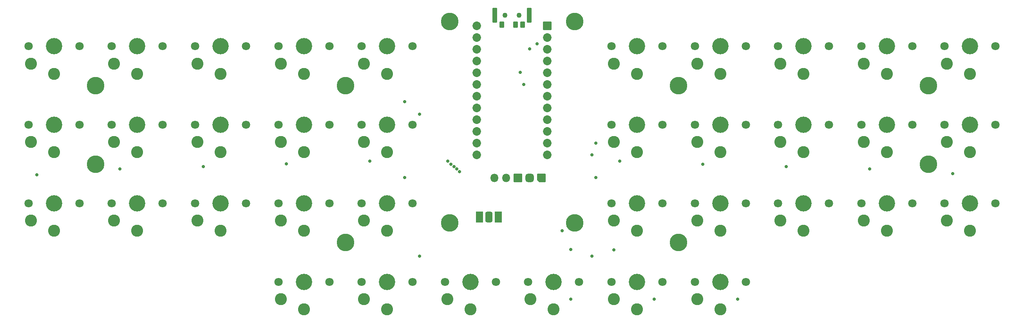
<source format=gbr>
%TF.GenerationSoftware,KiCad,Pcbnew,7.0.1*%
%TF.CreationDate,2023-03-24T13:46:13-04:00*%
%TF.ProjectId,kurp,6b757270-2e6b-4696-9361-645f70636258,v1.0.0*%
%TF.SameCoordinates,Original*%
%TF.FileFunction,Soldermask,Bot*%
%TF.FilePolarity,Negative*%
%FSLAX46Y46*%
G04 Gerber Fmt 4.6, Leading zero omitted, Abs format (unit mm)*
G04 Created by KiCad (PCBNEW 7.0.1) date 2023-03-24 13:46:13*
%MOMM*%
%LPD*%
G01*
G04 APERTURE LIST*
G04 Aperture macros list*
%AMRoundRect*
0 Rectangle with rounded corners*
0 $1 Rounding radius*
0 $2 $3 $4 $5 $6 $7 $8 $9 X,Y pos of 4 corners*
0 Add a 4 corners polygon primitive as box body*
4,1,4,$2,$3,$4,$5,$6,$7,$8,$9,$2,$3,0*
0 Add four circle primitives for the rounded corners*
1,1,$1+$1,$2,$3*
1,1,$1+$1,$4,$5*
1,1,$1+$1,$6,$7*
1,1,$1+$1,$8,$9*
0 Add four rect primitives between the rounded corners*
20,1,$1+$1,$2,$3,$4,$5,0*
20,1,$1+$1,$4,$5,$6,$7,0*
20,1,$1+$1,$6,$7,$8,$9,0*
20,1,$1+$1,$8,$9,$2,$3,0*%
%AMFreePoly0*
4,1,14,0.885355,0.885355,0.900000,0.850000,0.900000,-0.850000,0.885355,-0.885355,0.850000,-0.900000,-0.850000,-0.900000,-0.885355,-0.885355,-0.900000,-0.850000,-0.900000,0.510000,-0.885355,0.545355,-0.545355,0.885355,-0.510000,0.900000,0.850000,0.900000,0.885355,0.885355,0.885355,0.885355,$1*%
G04 Aperture macros list end*
%ADD10C,1.852600*%
%ADD11RoundRect,0.050000X-0.876300X0.876300X-0.876300X-0.876300X0.876300X-0.876300X0.876300X0.876300X0*%
%ADD12RoundRect,0.050000X0.750000X1.125000X-0.750000X1.125000X-0.750000X-1.125000X0.750000X-1.125000X0*%
%ADD13RoundRect,0.425000X0.375000X0.750000X-0.375000X0.750000X-0.375000X-0.750000X0.375000X-0.750000X0*%
%ADD14C,1.801800*%
%ADD15C,3.529000*%
%ADD16C,2.600000*%
%ADD17C,3.800000*%
%ADD18FreePoly0,90.000000*%
%ADD19RoundRect,0.475000X-0.425000X0.425000X-0.425000X-0.425000X0.425000X-0.425000X0.425000X0.425000X0*%
%ADD20RoundRect,0.050000X-0.850000X0.850000X-0.850000X-0.850000X0.850000X-0.850000X0.850000X0.850000X0*%
%ADD21O,1.800000X1.800000*%
%ADD22RoundRect,0.050000X-0.450000X-1.550000X0.450000X-1.550000X0.450000X1.550000X-0.450000X1.550000X0*%
%ADD23C,1.100000*%
%ADD24RoundRect,0.050000X-0.450000X-0.625000X0.450000X-0.625000X0.450000X0.625000X-0.450000X0.625000X0*%
%ADD25C,0.700000*%
G04 APERTURE END LIST*
D10*
%TO.C,U1*%
X194828733Y-91474608D03*
X194828733Y-94014608D03*
X194828733Y-96554608D03*
X194828733Y-99094608D03*
X194828733Y-101634608D03*
X194828733Y-104174608D03*
X194828733Y-106714608D03*
X194828733Y-109254608D03*
X194828733Y-111794608D03*
X194828733Y-114334608D03*
X194828733Y-116874608D03*
X194828733Y-119414608D03*
X210068733Y-119414608D03*
X210068733Y-116874608D03*
X210068733Y-114334608D03*
X210068733Y-111794608D03*
X210068733Y-109254608D03*
X210068733Y-106714608D03*
X210068733Y-104174608D03*
X210068733Y-101634608D03*
X210068733Y-99094608D03*
X210068733Y-96554608D03*
X210068733Y-94014608D03*
D11*
X210068733Y-91474608D03*
%TD*%
D12*
%TO.C,BT1*%
X195448733Y-132944608D03*
X199448733Y-132944608D03*
D13*
X197448733Y-132944608D03*
%TD*%
D14*
%TO.C,SW15*%
X169948733Y-95944608D03*
D15*
X175448733Y-95944608D03*
D14*
X180948733Y-95944608D03*
D16*
X175448733Y-101894608D03*
X170448733Y-99694608D03*
%TD*%
D14*
%TO.C,SW33*%
X223948733Y-95944608D03*
D15*
X229448733Y-95944608D03*
D14*
X234948733Y-95944608D03*
D16*
X229448733Y-101894608D03*
X224448733Y-99694608D03*
%TD*%
D17*
%TO.C,H6*%
X215948733Y-90544608D03*
%TD*%
D14*
%TO.C,SW20*%
X295948733Y-112944608D03*
D15*
X301448733Y-112944608D03*
D14*
X306948733Y-112944608D03*
D16*
X301448733Y-118894608D03*
X296448733Y-116694608D03*
%TD*%
D17*
%TO.C,H10*%
X238448733Y-104444608D03*
%TD*%
D14*
%TO.C,SW26*%
X259948733Y-112944608D03*
D15*
X265448733Y-112944608D03*
D14*
X270948733Y-112944608D03*
D16*
X265448733Y-118894608D03*
X260448733Y-116694608D03*
%TD*%
D14*
%TO.C,SW28*%
X241948733Y-129944608D03*
D15*
X247448733Y-129944608D03*
D14*
X252948733Y-129944608D03*
D16*
X247448733Y-135894608D03*
X242448733Y-133694608D03*
%TD*%
D14*
%TO.C,SW13*%
X169948733Y-129944608D03*
D15*
X175448733Y-129944608D03*
D14*
X180948733Y-129944608D03*
D16*
X175448733Y-135894608D03*
X170448733Y-133694608D03*
%TD*%
D14*
%TO.C,SW11*%
X151948733Y-112944608D03*
D15*
X157448733Y-112944608D03*
D14*
X162948733Y-112944608D03*
D16*
X157448733Y-118894608D03*
X152448733Y-116694608D03*
%TD*%
D17*
%TO.C,H1*%
X112448733Y-104444608D03*
%TD*%
%TO.C,H12*%
X238448733Y-138444608D03*
%TD*%
%TO.C,H7*%
X188948733Y-134144608D03*
%TD*%
%TO.C,H5*%
X188948733Y-90544608D03*
%TD*%
D14*
%TO.C,SW19*%
X295948733Y-129944608D03*
D15*
X301448733Y-129944608D03*
D14*
X306948733Y-129944608D03*
D16*
X301448733Y-135894608D03*
X296448733Y-133694608D03*
%TD*%
D14*
%TO.C,SW30*%
X241948733Y-95944608D03*
D15*
X247448733Y-95944608D03*
D14*
X252948733Y-95944608D03*
D16*
X247448733Y-101894608D03*
X242448733Y-99694608D03*
%TD*%
D14*
%TO.C,SW36*%
X205948733Y-146944608D03*
D15*
X211448733Y-146944608D03*
D14*
X216948733Y-146944608D03*
D16*
X211448733Y-152894608D03*
X206448733Y-150694608D03*
%TD*%
D17*
%TO.C,H9*%
X166448733Y-104444608D03*
%TD*%
D14*
%TO.C,SW8*%
X133948733Y-112944608D03*
D15*
X139448733Y-112944608D03*
D14*
X144948733Y-112944608D03*
D16*
X139448733Y-118894608D03*
X134448733Y-116694608D03*
%TD*%
D17*
%TO.C,H2*%
X292448733Y-104444608D03*
%TD*%
D14*
%TO.C,SW14*%
X169948733Y-112944608D03*
D15*
X175448733Y-112944608D03*
D14*
X180948733Y-112944608D03*
D16*
X175448733Y-118894608D03*
X170448733Y-116694608D03*
%TD*%
D14*
%TO.C,SW34*%
X241948733Y-146944608D03*
D15*
X247448733Y-146944608D03*
D14*
X252948733Y-146944608D03*
D16*
X247448733Y-152894608D03*
X242448733Y-150694608D03*
%TD*%
D14*
%TO.C,SW4*%
X115948733Y-129944608D03*
D15*
X121448733Y-129944608D03*
D14*
X126948733Y-129944608D03*
D16*
X121448733Y-135894608D03*
X116448733Y-133694608D03*
%TD*%
D14*
%TO.C,SW6*%
X115948733Y-95944608D03*
D15*
X121448733Y-95944608D03*
D14*
X126948733Y-95944608D03*
D16*
X121448733Y-101894608D03*
X116448733Y-99694608D03*
%TD*%
D14*
%TO.C,SW22*%
X277948733Y-129944608D03*
D15*
X283448733Y-129944608D03*
D14*
X288948733Y-129944608D03*
D16*
X283448733Y-135894608D03*
X278448733Y-133694608D03*
%TD*%
D14*
%TO.C,SW25*%
X259948733Y-129944608D03*
D15*
X265448733Y-129944608D03*
D14*
X270948733Y-129944608D03*
D16*
X265448733Y-135894608D03*
X260448733Y-133694608D03*
%TD*%
D14*
%TO.C,SW7*%
X133948733Y-129944608D03*
D15*
X139448733Y-129944608D03*
D14*
X144948733Y-129944608D03*
D16*
X139448733Y-135894608D03*
X134448733Y-133694608D03*
%TD*%
D14*
%TO.C,SW24*%
X277948733Y-95944608D03*
D15*
X283448733Y-95944608D03*
D14*
X288948733Y-95944608D03*
D16*
X283448733Y-101894608D03*
X278448733Y-99694608D03*
%TD*%
D14*
%TO.C,SW9*%
X133948733Y-95944608D03*
D15*
X139448733Y-95944608D03*
D14*
X144948733Y-95944608D03*
D16*
X139448733Y-101894608D03*
X134448733Y-99694608D03*
%TD*%
D14*
%TO.C,SW16*%
X151948733Y-146944608D03*
D15*
X157448733Y-146944608D03*
D14*
X162948733Y-146944608D03*
D16*
X157448733Y-152894608D03*
X152448733Y-150694608D03*
%TD*%
D14*
%TO.C,SW21*%
X295948733Y-95944608D03*
D15*
X301448733Y-95944608D03*
D14*
X306948733Y-95944608D03*
D16*
X301448733Y-101894608D03*
X296448733Y-99694608D03*
%TD*%
D14*
%TO.C,SW23*%
X277948733Y-112944608D03*
D15*
X283448733Y-112944608D03*
D14*
X288948733Y-112944608D03*
D16*
X283448733Y-118894608D03*
X278448733Y-116694608D03*
%TD*%
D14*
%TO.C,SW12*%
X151948733Y-95944608D03*
D15*
X157448733Y-95944608D03*
D14*
X162948733Y-95944608D03*
D16*
X157448733Y-101894608D03*
X152448733Y-99694608D03*
%TD*%
D14*
%TO.C,SW17*%
X169948733Y-146944608D03*
D15*
X175448733Y-146944608D03*
D14*
X180948733Y-146944608D03*
D16*
X175448733Y-152894608D03*
X170448733Y-150694608D03*
%TD*%
D14*
%TO.C,SW35*%
X223948733Y-146944608D03*
D15*
X229448733Y-146944608D03*
D14*
X234948733Y-146944608D03*
D16*
X229448733Y-152894608D03*
X224448733Y-150694608D03*
%TD*%
D18*
%TO.C,J2*%
X208793650Y-124444608D03*
%TD*%
D14*
%TO.C,SW1*%
X97948733Y-129944608D03*
D15*
X103448733Y-129944608D03*
D14*
X108948733Y-129944608D03*
D16*
X103448733Y-135894608D03*
X98448733Y-133694608D03*
%TD*%
D14*
%TO.C,SW31*%
X223948733Y-129944608D03*
D15*
X229448733Y-129944608D03*
D14*
X234948733Y-129944608D03*
D16*
X229448733Y-135894608D03*
X224448733Y-133694608D03*
%TD*%
D14*
%TO.C,SW5*%
X115948733Y-112944608D03*
D15*
X121448733Y-112944608D03*
D14*
X126948733Y-112944608D03*
D16*
X121448733Y-118894608D03*
X116448733Y-116694608D03*
%TD*%
D14*
%TO.C,SW32*%
X223948733Y-112944608D03*
D15*
X229448733Y-112944608D03*
D14*
X234948733Y-112944608D03*
D16*
X229448733Y-118894608D03*
X224448733Y-116694608D03*
%TD*%
D17*
%TO.C,H4*%
X292448733Y-121444608D03*
%TD*%
D14*
%TO.C,SW27*%
X259948733Y-95944608D03*
D15*
X265448733Y-95944608D03*
D14*
X270948733Y-95944608D03*
D16*
X265448733Y-101894608D03*
X260448733Y-99694608D03*
%TD*%
D17*
%TO.C,H3*%
X112448733Y-121444608D03*
%TD*%
D19*
%TO.C,J1*%
X206258733Y-124444608D03*
D20*
X203718733Y-124444608D03*
D21*
X201178733Y-124444608D03*
X198638733Y-124444608D03*
%TD*%
D14*
%TO.C,SW2*%
X97948733Y-112944608D03*
D15*
X103448733Y-112944608D03*
D14*
X108948733Y-112944608D03*
D16*
X103448733Y-118894608D03*
X98448733Y-116694608D03*
%TD*%
D17*
%TO.C,H11*%
X166448733Y-138444608D03*
%TD*%
D14*
%TO.C,SW18*%
X187948733Y-146944608D03*
D15*
X193448733Y-146944608D03*
D14*
X198948733Y-146944608D03*
D16*
X193448733Y-152894608D03*
X188448733Y-150694608D03*
%TD*%
D17*
%TO.C,H8*%
X215948733Y-134144608D03*
%TD*%
D14*
%TO.C,SW10*%
X151948733Y-129944608D03*
D15*
X157448733Y-129944608D03*
D14*
X162948733Y-129944608D03*
D16*
X157448733Y-135894608D03*
X152448733Y-133694608D03*
%TD*%
D14*
%TO.C,SW3*%
X97948733Y-95944608D03*
D15*
X103448733Y-95944608D03*
D14*
X108948733Y-95944608D03*
D16*
X103448733Y-101894608D03*
X98448733Y-99694608D03*
%TD*%
D14*
%TO.C,SW29*%
X241948733Y-112944608D03*
D15*
X247448733Y-112944608D03*
D14*
X252948733Y-112944608D03*
D16*
X247448733Y-118894608D03*
X242448733Y-116694608D03*
%TD*%
D22*
%TO.C,PWR1*%
X198748733Y-89194608D03*
D23*
X200948733Y-89194608D03*
X203948733Y-89194608D03*
D22*
X206148733Y-89194608D03*
D24*
X200198733Y-91269608D03*
X203198733Y-91269608D03*
X204698733Y-91269608D03*
%TD*%
D25*
X206258733Y-96501235D03*
X179239417Y-107962423D03*
X179243948Y-124369355D03*
X182421430Y-141367608D03*
X182418157Y-110689899D03*
X220556390Y-124375171D03*
X220557835Y-116871891D03*
X219717983Y-119467582D03*
X219717983Y-141375297D03*
X204983235Y-104181961D03*
X204253576Y-101630293D03*
X213278618Y-135837308D03*
X191106716Y-123099763D03*
X297698732Y-123506027D03*
X99698732Y-123735712D03*
X117698732Y-122516769D03*
X279698732Y-122516831D03*
X190490712Y-122522134D03*
X189911904Y-121985788D03*
X261698732Y-121983515D03*
X135698732Y-121993278D03*
X251224312Y-150697564D03*
X153698732Y-121370801D03*
X233161853Y-150697963D03*
X189216755Y-121458788D03*
X243698732Y-121459288D03*
X224448784Y-139988942D03*
X188571864Y-120804955D03*
X215094780Y-139977020D03*
X171698732Y-120779748D03*
X225698732Y-120800566D03*
X215101717Y-150664450D03*
X207862869Y-95406671D03*
M02*

</source>
